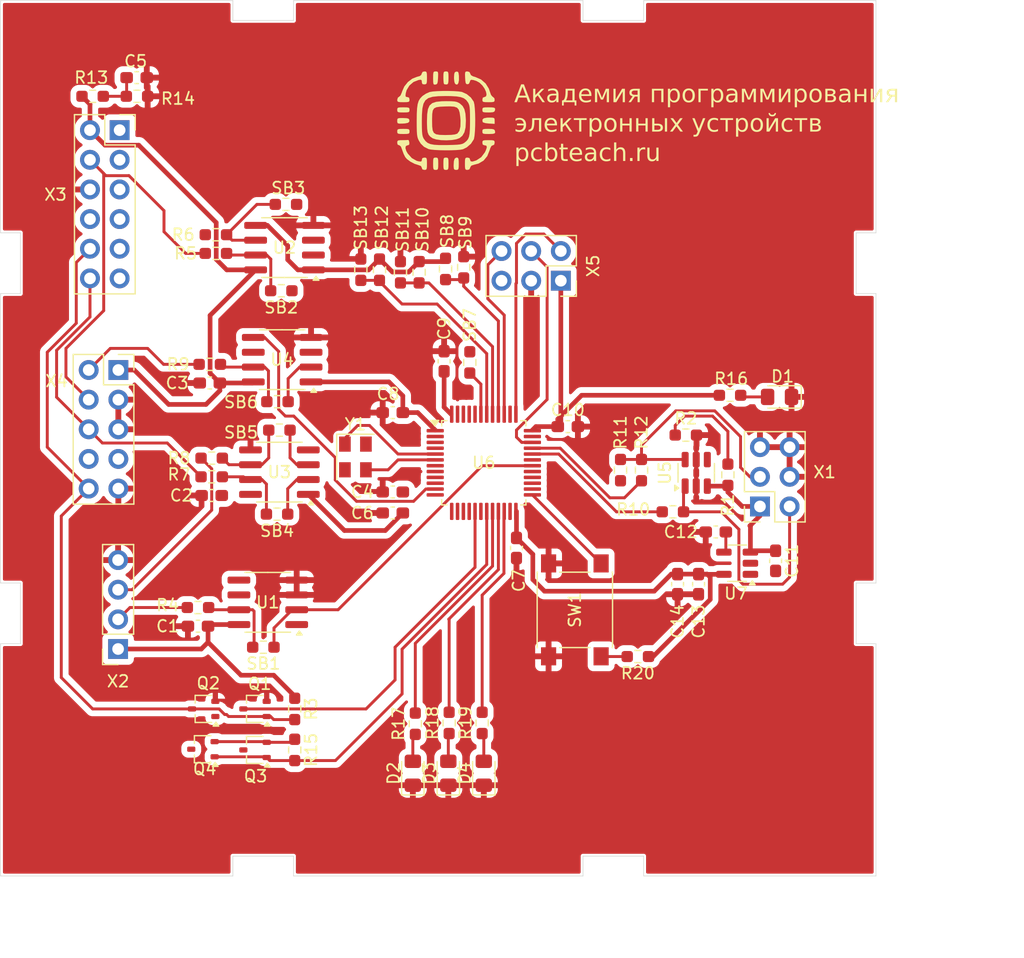
<source format=kicad_pcb>
(kicad_pcb (version 20240108) (generator "pcbnew") (generator_version "8.0")
  (layers (0 "F.Cu" signal) (31 "B.Cu" signal) (34 "B.Paste" user) (35 "F.Paste" user) (36 "B.SilkS" user "B.Silkscreen") (37 "F.SilkS" user "F.Silkscreen") (38 "B.Mask" user) (39 "F.Mask" user) (44 "Edge.Cuts" user))
  (net 0 "")
  (net 1 "PGND")
  (net 2 "/xPWR")
  (net 3 "/JRST")
  (net 4 "/TPWR")
  (net 5 "+3V3BM")
  (net 6 "/5VUSB")
  (net 7 "Net-(C12-C1)")
  (net 8 "/iRST_SENSE")
  (net 9 "/xRST")
  (net 10 "/iRST")
  (net 11 "Net-(Q3-S)")
  (net 12 "/PWR_BR")
  (net 13 "/VBUS")
  (net 14 "/xTXD")
  (net 15 "Net-(R4-R2)")
  (net 16 "/xTCK")
  (net 17 "Net-(R5-R2)")
  (net 18 "Net-(R6-R2)")
  (net 19 "/xTDI")
  (net 20 "/xTDO")
  (net 21 "Net-(R7-R2)")
  (net 22 "/xRXD")
  (net 23 "Net-(R8-R2)")
  (net 24 "/xTMS")
  (net 25 "Net-(R9-R2)")
  (net 26 "/UD-")
  (net 27 "Net-(R10-R1)")
  (net 28 "Net-(R11-R2)")
  (net 29 "Net-(R11-R1)")
  (net 30 "/UD+")
  (net 31 "/LED0")
  (net 32 "/LED1")
  (net 33 "/LED2")
  (net 34 "/BMBTN")
  (net 35 "/iTXD")
  (net 36 "/iTCK")
  (net 37 "/iTDI")
  (net 38 "/iTDO")
  (net 39 "/iRXD")
  (net 40 "/iTMS")
  (net 41 "Net-(SB7-J1)")
  (net 42 "Net-(SB8-J2)")
  (net 43 "Net-(SB10-J2)")
  (net 44 "Net-(SB12-J2)")
  (net 46 "/iTMS_DIR")
  (net 51 "Net-(U6-PD0{slash}XI)")
  (net 55 "/JSWO")
  (net 57 "Net-(U6-PD1{slash}XO)")
  (net 59 "/JSWDIO")
  (net 60 "/JSWCLK")
  (net 64 "/SWDPWR")
  (net 65 "/SWDCLK")
  (net 66 "/SWDRST")
  (net 67 "/SWO")
  (net 68 "/SWDIO")
  (net 70 "Net-(D1-A)")
  (net 71 "Net-(D2-A)")
  (net 72 "Net-(D3-A)")
  (net 73 "Net-(D4-A)")
  (footprint "Package_TO_SOT_SMD:SOT-323_SC-70" (layer "F.Cu") (at 201.8 132.2 180)
    (property "Reference" "Q3")
    (property "Value" "NTS4173")
  )
  (footprint "Package_TO_SOT_SMD:SOT-23-6" (layer "F.Cu") (at 239.6 108.4625 90)
    (property "Reference" "U5")
    (property "Value" "ESDA5V3SC6")
  )
  (footprint "Capacitor_SMD:C_0603_1608Metric_Pad1.08x0.95mm_HandSolder" (layer "F.Cu") (at 228.6 104.5)
    (property "Reference" "C10")
    (property "Value" "100n")
  )
  (footprint "Resistor_SMD:R_0603_1608Metric_Pad0.98x0.95mm_HandSolder" (layer "F.Cu") (at 203.8875 104.799999 180)
    (property "Reference" "SB5")
    (property "Value" "JUMPER")
  )
  (footprint "Connector_PinSocket_2.54mm:PinSocket_2x05_P2.54mm_Vertical" (layer "F.Cu") (at 190.09 99.65)
    (property "Reference" "X4")
    (property "Value" "CONN-10P2L")
  )
  (footprint "Resistor_SMD:R_0603_1608Metric_Pad0.98x0.95mm_HandSolder" (layer "F.Cu") (at 233.1125 108.226256 90)
    (property "Reference" "R11")
    (property "Value" "1k5")
  )
  (footprint "Package_TO_SOT_SMD:SOT-323_SC-70" (layer "F.Cu") (at 201.8 128.6875 180)
    (property "Reference" "Q1")
    (property "Value" "1N7002")
  )
  (footprint "Resistor_SMD:R_0603_1608Metric_Pad0.98x0.95mm_HandSolder" (layer "F.Cu") (at 212.464235 91.056814 -90)
    (property "Reference" "SB12")
    (property "Value" "JUMPER")
  )
  (footprint "Resistor_SMD:R_0603_1608Metric_Pad0.98x0.95mm_HandSolder" (layer "F.Cu") (at 202.5125 123.4 180)
    (property "Reference" "SB1")
    (property "Value" "JUMPER")
  )
  (footprint "Button_Switch_SMD:SW_SPST_PTS645" (layer "F.Cu") (at 229.2 120.2 -90)
    (property "Reference" "SW1")
    (property "Value" "BUTTON1")
  )
  (footprint "Resistor_SMD:R_0603_1608Metric_Pad0.98x0.95mm_HandSolder" (layer "F.Cu") (at 198.0875 108.8)
    (property "Reference" "R7")
    (property "Value" "100")
  )
  (footprint "Capacitor_SMD:C_0603_1608Metric_Pad1.08x0.95mm_HandSolder" (layer "F.Cu") (at 241.274998 113.525003 180)
    (property "Reference" "C12")
    (property "Value" "10n")
  )
  (footprint "Package_SO:SOIC-8_3.9x4.9mm_P1.27mm" (layer "F.Cu") (at 204.325 89.165 180)
    (property "Reference" "U2")
    (property "Value" "SN74LVC2T45")
  )
  (footprint "Package_SO:SOIC-8_3.9x4.9mm_P1.27mm" (layer "F.Cu") (at 203.8875 108.4 180)
    (property "Reference" "U3")
    (property "Value" "SN74LVC2T45")
  )
  (footprint "Resistor_SMD:R_0603_1608Metric_Pad0.98x0.95mm_HandSolder" (layer "F.Cu") (at 215.531572 129.95736 90)
    (property "Reference" "R17")
    (property "Value" "470")
  )
  (footprint "Resistor_SMD:R_0603_1608Metric_Pad0.98x0.95mm_HandSolder" (layer "F.Cu") (at 196.912501 119.999999)
    (property "Reference" "R4")
    (property "Value" "100")
  )
  (footprint "Capacitor_SMD:C_0603_1608Metric_Pad1.08x0.95mm_HandSolder" (layer "F.Cu") (at 218 98.9 90)
    (property "Reference" "C9")
    (property "Value" "100n")
  )
  (footprint "Resistor_SMD:R_0603_1608Metric_Pad0.98x0.95mm_HandSolder" (layer "F.Cu") (at 221.259137 129.886649 90)
    (property "Reference" "R19")
    (property "Value" "470")
  )
  (footprint "LOGO" (layer "F.Cu") (at 218.2 78.2)
    (property "Reference" "G***" (hide yes))
    (property "Value" "LOGO" (hide yes))
  )
  (footprint "Resistor_SMD:R_0603_1608Metric_Pad0.98x0.95mm_HandSolder" (layer "F.Cu") (at 198.0875 107.2)
    (property "Reference" "R8")
    (property "Value" "100")
  )
  (footprint "Resistor_SMD:R_0603_1608Metric_Pad0.98x0.95mm_HandSolder" (layer "F.Cu") (at 205.2 128.6875 -90)
    (property "Reference" "R3")
    (property "Value" "10k")
  )
  (footprint "Capacitor_SMD:C_0603_1608Metric_Pad1.08x0.95mm_HandSolder" (layer "F.Cu") (at 213.6 111.9 180)
    (property "Reference" "C6")
    (property "Value" "100n")
  )
  (footprint "Capacitor_SMD:C_0603_1608Metric_Pad1.08x0.95mm_HandSolder" (layer "F.Cu") (at 213.6 103.3 180)
    (property "Reference" "C8")
    (property "Value" "100n")
  )
  (footprint "Resistor_SMD:R_0603_1608Metric_Pad0.98x0.95mm_HandSolder" (layer "F.Cu") (at 203.6875 112 180)
    (property "Reference" "SB4")
    (property "Value" "JUMPER")
  )
  (footprint "Capacitor_SMD:C_0603_1608Metric_Pad1.08x0.95mm_HandSolder" (layer "F.Cu") (at 197.925 100.765)
    (property "Reference" "C3")
    (property "Value" "100n")
  )
  (footprint "Package_SO:SOIC-8_3.9x4.9mm_P1.27mm" (layer "F.Cu") (at 202.893463 119.554038 180)
    (property "Reference" "U1")
    (property "Value" "SN74LVC2T45")
  )
  (footprint "Capacitor_SMD:C_0603_1608Metric_Pad1.08x0.95mm_HandSolder" (layer "F.Cu") (at 238 118 -90)
    (property "Reference" "C14")
    (property "Value" "100n")
  )
  (footprint "Resistor_SMD:R_0603_1608Metric_Pad0.98x0.95mm_HandSolder" (layer "F.Cu") (at 219.676724 90.851421 90)
    (property "Reference" "SB9")
    (property "Value" "JUMPER")
  )
  (footprint "Resistor_SMD:R_0603_1608Metric_Pad0.98x0.95mm_HandSolder" (layer "F.Cu") (at 214.258347 91.275685 90)
    (property "Reference" "SB11")
    (property "Value" "JUMPER")
  )
  (footprint "Capacitor_SMD:C_0603_1608Metric_Pad1.08x0.95mm_HandSolder" (layer "F.Cu") (at 246.4 116 -90)
    (property "Reference" "C11")
    (property "Value" "1u")
  )
  (footprint "Connector_PinSocket_2.54mm:PinSocket_2x03_P2.54mm_Vertical" (layer "F.Cu") (at 245.06 111.34 180)
    (property "Reference" "X1")
    (property "Value" "Conn_01x06_Socket")
  )
  (footprint "Resistor_SMD:R_0603_1608Metric_Pad0.98x0.95mm_HandSolder" (layer "F.Cu") (at 198.45 88.06)
    (property "Reference" "R6")
    (property "Value" "100")
  )
  (footprint "Package_TO_SOT_SMD:SOT-323_SC-70" (layer "F.Cu") (at 197.4 128.6875 180)
    (property "Reference" "Q2")
    (property "Value" "1N7002")
  )
  (footprint "Package_TO_SOT_SMD:SOT-23-5" (layer "F.Cu") (at 243.104998 116.205002 180)
    (property "Reference" "U7")
    (property "Value" "LP2985N")
  )
  (footprint "Capacitor_SMD:C_0603_1608Metric_Pad1.08x0.95mm_HandSolder" (layer "F.Cu") (at 191.6625 74.6)
    (property "Reference" "C5")
    (property "Value" "1n")
  )
  (footprint "Resistor_SMD:R_0603_1608Metric_Pad0.98x0.95mm_HandSolder" (layer "F.Cu") (at 197.925 99.165)
    (property "Reference" "R9")
    (property "Value" "100")
  )
  (footprint "Capacitor_SMD:C_0603_1608Metric_Pad1.08x0.95mm_HandSolder" (layer "F.Cu") (at 196.912501 121.6)
    (property "Reference" "C1")
    (property "Value" "100n")
  )
  (footprint "Resistor_SMD:R_0603_1608Metric_Pad0.98x0.95mm_HandSolder" (layer "F.Cu") (at 218.43071 129.886649 90)
    (property "Reference" "R18")
    (property "Value" "470")
  )
  (footprint "Capacitor_SMD:C_0603_1608Metric_Pad1.08x0.95mm_HandSolder" (layer "F.Cu") (at 239.800003 118 -90)
    (property "Reference" "C13")
    (property "Value" "1u")
  )
  (footprint "Resistor_SMD:R_0603_1608Metric_Pad0.98x0.95mm_HandSolder" (layer "F.Cu") (at 215.858347 91.275685 -90)
    (property "Reference" "SB10")
    (property "Value" "JUMPER")
  )
  (footprint "LED_SMD:LED_0805_2012Metric_Pad1.15x1.40mm_HandSolder" (layer "F.Cu") (at 218.359999 134.2 90)
    (property "Reference" "D3")
    (property "Value" "LED")
  )
  (footprint "Package_TO_SOT_SMD:SOT-323_SC-70" (layer "F.Cu") (at 197.335919 132.139038 180)
    (property "Reference" "Q4")
    (property "Value" "NTS4173")
  )
  (footprint "Resistor_SMD:R_0603_1608Metric_Pad0.98x0.95mm_HandSolder" (layer "F.Cu") (at 220.2 99 90)
    (property "Reference" "SB7")
    (property "Value" "JUMPER")
  )
  (footprint "LED_SMD:LED_0805_2012Metric_Pad1.15x1.40mm_HandSolder" (layer "F.Cu") (at 215.319998 134.2 90)
    (property "Reference" "D2")
    (property "Value" "LED")
  )
  (footprint "Package_SO:SOIC-8_3.9x4.9mm_P1.27mm" (layer "F.Cu") (at 204.125 98.765 180)
    (property "Reference" "U4")
    (property "Value" "SN74LVC2T45")
  )
  (footprint "Connector_PinSocket_2.54mm:PinSocket_2x06_P2.54mm_Vertical" (layer "F.Cu") (at 190.2 79.1)
    (property "Reference" "X3")
    (property "Value" "CONN-12P2L")
  )
  (footprint "LED_SMD:LED_0805_2012Metric_Pad1.15x1.40mm_HandSolder" (layer "F.Cu") (at 221.4 134.2 90)
    (property "Reference" "D4")
    (property "Value" "LED")
  )
  (footprint "Resistor_SMD:R_0603_1608Metric_Pad0.98x0.95mm_HandSolder" (layer "F.Cu") (at 205.2 132.2 90)
    (property "Reference" "R15")
    (property "Value" "10k")
  )
  (footprint "Resistor_SMD:R_0603_1608Metric_Pad0.98x0.95mm_HandSolder" (layer "F.Cu") (at 242.3125 108.626256 90)
    (property "Reference" "R1")
    (property "Value" "4k7")
  )
  (footprint "Resistor_SMD:R_0603_1608Metric_Pad0.98x0.95mm_HandSolder" (layer "F.Cu") (at 210.864234 91.056814 90)
    (property "Reference" "SB13")
    (property "Value" "JUMPER")
  )
  (footprint "Capacitor_SMD:C_0603_1608Metric_Pad1.08x0.95mm_HandSolder" (layer "F.Cu") (at 224.2 114.9 -90)
    (property "Reference" "C7")
    (property "Value" "100n")
  )
  (footprint "Resistor_SMD:R_0603_1608Metric_Pad0.98x0.95mm_HandSolder" (layer "F.Cu") (at 238.712499 105.226256)
    (property "Reference" "R2")
    (property "Value" "10k")
  )
  (footprint "Resistor_SMD:R_0603_1608Metric_Pad0.98x0.95mm_HandSolder" (layer "F.Cu") (at 187.8875 76.2)
    (property "Reference" "R13")
    (property "Value" "4k7")
  )
  (footprint "Resistor_SMD:R_0603_1608Metric_Pad0.98x0.95mm_HandSolder" (layer "F.Cu") (at 198.45 89.66)
    (property "Reference" "R5")
    (property "Value" "100")
  )
  (footprint "Resistor_SMD:R_0603_1608Metric_Pad0.98x0.95mm_HandSolder" (layer "F.Cu") (at 237.6 111.8 180)
    (property "Reference" "R10")
    (property "Value" "22")
  )
  (footprint "Resistor_SMD:R_0603_1608Metric_Pad0.98x0.95mm_HandSolder" (layer "F.Cu") (at 242.495963 101.815761 180)
    (property "Reference" "R16")
    (property "Value" "330")
  )
  (footprint "Resistor_SMD:R_0603_1608Metric_Pad0.98x0.95mm_HandSolder" (layer "F.Cu") (at 203.725 102.365 180)
    (property "Reference" "SB6")
    (property "Value" "JUMPER")
  )
  (footprint "Capacitor_SMD:C_0603_1608Metric_Pad1.08x0.95mm_HandSolder" (layer "F.Cu") (at 198.0875 110.4)
    (property "Reference" "C2")
    (property "Value" "100n")
  )
  (footprint "Connector_PinSocket_2.54mm:PinSocket_2x03_P2.54mm_Vertical" (layer "F.Cu") (at 228 92 -90)
    (property "Reference" "X5")
    (property "Value" "CONN-06P1L")
  )
  (footprint "Package_QFP:LQFP-48_7x7mm_P0.5mm" (layer "F.Cu") (at 221.4 107.6)
    (property "Reference" "U6")
    (property "Value" "STM32F103CBT6")
  )
  (footprint "Resistor_SMD:R_0603_1608Metric_Pad0.98x0.95mm_HandSolder" (layer "F.Cu") (at 191.6875 76.2)
    (property "Reference" "R14")
    (property "Value" "10k")
  )
  (footprint "Resistor_SMD:R_0603_1608Metric_Pad0.98x0.95mm_HandSolder" (layer "F.Cu") (at 204.05 92.86 180)
    (property "Reference" "SB2")
    (property "Value" "JUMPER")
  )
  (footprint "Capacitor_SMD:C_0603_1608Metric_Pad1.08x0.95mm_HandSolder" (layer "F.Cu") (at 213.6 110.1 180)
    (property "Reference" "C4")
    (property "Value" "100n")
  )
  (footprint "Resistor_SMD:R_0603_1608Metric_Pad0.98x0.95mm_HandSolder" (layer "F.Cu") (at 234.912499 108.226256 90)
    (property "Reference" "R12")
    (property "Value" "22")
  )
  (footprint "Resistor_SMD:R_0603_1608Metric_Pad0.98x0.95mm_HandSolder" (layer "F.Cu") (at 218.121089 90.992842 -90)
    (property "Reference" "SB8")
    (property "Value" "JUMPER")
  )
  (footprint "Connector_PinSocket_2.54mm:PinSocket_1x04_P2.54mm_Vertical" (layer "F.Cu") (at 190.068464 123.554037 180)
    (property "Reference" "X2")
    (property "Value" "CONN-04P1L")
  )
  (footprint "Resistor_SMD:R_0603_1608Metric_Pad0.98x0.95mm_HandSolder" (layer "F.Cu") (at 234.6 124.2 180)
    (property "Reference" "R20")
    (property "Value" "10k")
  )
  (footprint "Crystal:Crystal_SMD_EuroQuartz_MT-4Pin_3.2x2.5mm" (layer "F.Cu") (at 210.4 107.1 -90)
    (property "Reference" "Y1")
    (property "Value" "8MHz")
  )
  (footprint "Resistor_SMD:R_0603_1608Metric_Pad0.98x0.95mm_HandSolder" (layer "F.Cu") (at 204.45 85.46 180)
    (property "Reference" "SB3")
    (property "Value" "JUMPER")
  )
  (footprint "LED_SMD:LED_0805_2012Metric_Pad1.15x1.40mm_HandSolder" (layer "F.Cu") (at 246.738603 101.956064 180)
    (property "Reference" "D1")
    (property "Value" "LED")
  )
  (gr_line (start 205.100001 69.7) (end 199.9 69.7) (stroke (width 0.05)) (layer "Edge.Cuts"))
  (gr_line (start 229.9 68) (end 205.1 68) (stroke (width 0.05)) (layer "Edge.Cuts"))
  (gr_line (start 179.999999 68) (end 179.999999 87.9) (stroke (width 0.05)) (layer "Edge.Cuts"))
  (gr_line (start 181.7 87.9) (end 181.7 93.1) (stroke (width 0.05)) (layer "Edge.Cuts"))
  (gr_line (start 255 143) (end 255 123.1) (stroke (width 0.05)) (layer "Edge.Cuts"))
  (gr_line (start 255.000001 123.1) (end 253.3 123.1) (stroke (width 0.05)) (layer "Edge.Cuts"))
  (gr_line (start 253.3 123.1) (end 253.3 117.9) (stroke (width 0.05)) (layer "Edge.Cuts"))
  (gr_line (start 180 123.1) (end 180 143) (stroke (width 0.05)) (layer "Edge.Cuts"))
  (gr_line (start 253.3 117.9) (end 255 117.9) (stroke (width 0.05)) (layer "Edge.Cuts"))
  (gr_line (start 235.1 141.3) (end 235.1 143) (stroke (width 0.05)) (layer "Edge.Cuts"))
  (gr_line (start 235.1 69.7) (end 229.9 69.7) (stroke (width 0.05)) (layer "Edge.Cuts"))
  (gr_line (start 199.9 69.7) (end 199.9 68) (stroke (width 0.05)) (layer "Edge.Cuts"))
  (gr_line (start 229.9 143) (end 229.9 141.3) (stroke (width 0.05)) (layer "Edge.Cuts"))
  (gr_line (start 181.7 93.1) (end 180 93.1) (stroke (width 0.05)) (layer "Edge.Cuts"))
  (gr_line (start 199.9 143) (end 199.9 141.3) (stroke (width 0.05)) (layer "Edge.Cuts"))
  (gr_line (start 205.1 141.3) (end 205.1 143) (stroke (width 0.05)) (layer "Edge.Cuts"))
  (gr_line (start 199.9 141.3) (end 205.1 141.3) (stroke (width 0.05)) (layer "Edge.Cuts"))
  (gr_line (start 255 93.1) (end 255 117.9) (stroke (width 0.05)) (layer "Edge.Cuts"))
  (gr_line (start 180 117.9) (end 181.7 117.899999) (stroke (width 0.05)) (layer "Edge.Cuts"))
  (gr_line (start 255 143) (end 235.1 143) (stroke (width 0.05)) (layer "Edge.Cuts"))
  (gr_line (start 229.9 141.3) (end 235.1 141.3) (stroke (width 0.05)) (layer "Edge.Cuts"))
  (gr_line (start 199.9 143) (end 180 143) (stroke (width 0.05)) (layer "Edge.Cuts"))
  (gr_line (start 205.1 68) (end 205.100001 69.7) (stroke (width 0.05)) (layer "Edge.Cuts"))
  (gr_line (start 179.999999 87.9) (end 181.7 87.9) (stroke (width 0.05)) (layer "Edge.Cuts"))
  (gr_line (start 181.7 117.899999) (end 181.7 123.100001) (stroke (width 0.05)) (layer "Edge.Cuts"))
  (gr_line (start 229.9 69.7) (end 229.9 68) (stroke (width 0.05)) (layer "Edge.Cuts"))
  (gr_line (start 235.1 67.999999) (end 235.1 69.7) (stroke (width 0.05)) (layer "Edge.Cuts"))
  (gr_line (start 253.3 93.100001) (end 253.3 87.9) (stroke (width 0.05)) (layer "Edge.Cuts"))
  (gr_line (start 253.3 87.9) (end 255 87.9) (stroke (width 0.05)) (layer "Edge.Cuts"))
  (gr_line (start 180 93.1) (end 180 117.9) (stroke (width 0.05)) (layer "Edge.Cuts"))
  (gr_line (start 255 68) (end 235.1 68) (stroke (width 0.05)) (layer "Edge.Cuts"))
  (gr_line (start 229.9 143) (end 205.1 143) (stroke (width 0.05)) (layer "Edge.Cuts"))
  (gr_line (start 180 68) (end 199.9 68) (stroke (width 0.05)) (layer "Edge.Cuts"))
  (gr_line (start 255 93.1) (end 253.3 93.100001) (stroke (width 0.05)) (layer "Edge.Cuts"))
  (gr_line (start 181.7 123.100001) (end 180 123.1) (stroke (width 0.05)) (layer "Edge.Cuts"))
  (gr_line (start 255 68) (end 255 87.9) (stroke (width 0.05)) (layer "Edge.Cuts"))
  (gr_text "Академия программирования \nэлектронных устройств\npcbteach.ru" (at 224 82 0) (layer "F.SilkS") (effects (font (size 1.5 1.5) (thickness 0.1)) (justify left bottom)))
  (segment (start 191.84 80.39) (end 188.95 80.39) (width 0.4) (layer "F.Cu") (net 2))
  (segment (start 198.787501 100.765) (end 197.95 99.927499) (width 0.4) (layer "F.Cu") (net 2))
  (segment (start 190.068464 123.554037) (end 197.195967 123.554037) (width 0.4) (layer "F.Cu") (net 2))
  (segment (start 197.95 94.97) (end 201.85 91.07) (width 0.4) (layer "F.Cu") (net 2))
  (segment (start 203.4 125.8) (end 200.6 125.8) (width 0.4) (layer "F.Cu") (net 2))
  (segment (start 188.95 80.39) (end 187.66 79.1) (width 0.4) (layer "F.Cu") (net 2))
  (segment (start 187.66 79.1) (end 187.66 76.885) (width 0.4) (layer "F.Cu") (net 2))
  (segment (start 198.475 87.025) (end 191.84 80.39) (width 0.4) (layer "F.Cu") (net 2))
  (segment (start 198.475 90.168142) (end 198.475 87.025) (width 0.4) (layer "F.Cu") (net 2))
  (segment (start 197.6 102.6) (end 198.787501 101.412499) (width 0.4) (layer "F.Cu") (net 2))
  (segment (start 194.4 102.6) (end 197.6 102.6) (width 0.4) (layer "F.Cu") (net 2))
  (segment (start 199.376858 91.07) (end 198.475 90.168142) (width 0.4) (layer "F.Cu") (net 2))
  (segment (start 197.775002 122.975002) (end 197.775002 121.6) (width 0.4) (layer "F.Cu") (net 2))
  (segment (start 190.09 99.65) (end 191.45 99.65) (width 0.4) (layer "F.Cu") (net 2))
  (segment (start 205.2 127.6) (end 203.4 125.8) (width 0.4) (layer "F.Cu") (net 2))
  (segment (start 197.95 99.927499) (end 197.95 94.97) (width 0.4) (layer "F.Cu") (net 2))
  (segment (start 197.915964 121.459038) (end 197.775002 121.6) (width 0.4) (layer "F.Cu") (net 2))
  (segment (start 197.195967 123.554037) (end 197.775002 122.975002) (width 0.4) (layer "F.Cu") (net 2))
  (segment (start 200.418463 121.459038) (end 197.915964 121.459038) (width 0.4) (layer "F.Cu") (net 2))
  (segment (start 198.787501 100.765) (end 201.555 100.765) (width 0.4) (layer "F.Cu") (net 2))
  (segment (start 201.85 91.07) (end 199.376858 91.07) (width 0.4) (layer "F.Cu") (net 2))
  (segment (start 205.2 127.775) (end 205.2 127.6) (width 0.4) (layer "F.Cu") (net 2))
  (segment (start 198.787501 101.412499) (end 198.787501 100.765) (width 0.4) (layer "F.Cu") (net 2))
  (segment (start 191.45 99.65) (end 194.4 102.6) (width 0.4) (layer "F.Cu") (net 2))
  (segment (start 200.6 125.8) (end 197.775002 122.975002) (width 0.4) (layer "F.Cu") (net 2))
  (segment (start 201.555 100.765) (end 201.65 100.67) (width 0.4) (layer "F.Cu") (net 2))
  (segment (start 187.66 76.885) (end 186.975 76.2) (width 0.4) (layer "F.Cu") (net 2))
  (segment (start 190.799999 76.175001) (end 190.775 76.2) (width 0.25) (layer "F.Cu") (net 4))
  (segment (start 190.799999 74.6) (end 190.799999 76.175001) (width 0.25) (layer "F.Cu") (net 4))
  (segment (start 188.8 76.2) (end 190.775 76.2) (width 0.25) (layer "F.Cu") (net 4))
  (segment (start 206.6 100.67) (end 213.27 100.67) (width 0.4) (layer "F.Cu") (net 5))
  (segment (start 240.537499 117.137499) (end 239.800003 117.137499) (width 0.4) (layer "F.Cu") (net 5))
  (segment (start 226.6 118.6) (end 225.6 117.6) (width 0.4) (layer "F.Cu") (net 5))
  (segment (start 224.2 114.037499) (end 224.2 111.7625) (width 0.4) (layer "F.Cu") (net 5))
  (segment (start 237.462501 117.137499) (end 236 118.6) (width 0.4) (layer "F.Cu") (net 5))
  (segment (start 238 117.137499) (end 237.462501 117.137499) (width 0.4) (layer "F.Cu") (net 5))
  (segment (start 206.3625 110.305) (end 209.4575 113.4) (width 0.4) (layer "F.Cu") (net 5))
  (segment (start 212.464235 90.144314) (end 213.570606 91.250685) (width 0.4) (layer "F.Cu") (net 5))
  (segment (start 227.7375 104.5) (end 225.8625 104.5) (width 0.4) (layer "F.Cu") (net 5))
  (segment (start 240.8 117.4) (end 240.8 119.308146) (width 0.4) (layer "F.Cu") (net 5))
  (segment (start 213.27 100.67) (end 214.462501 101.862501) (width 0.4) (layer "F.Cu") (net 5))
  (segment (start 239.817505 117.155001) (end 239.800003 117.137499) (width 0.4) (layer "F.Cu") (net 5))
  (segment (start 240.8 119.308146) (end 235.908146 124.2) (width 0.4) (layer "F.Cu") (net 5))
  (segment (start 228 92) (end 228 104.2375) (width 0.4) (layer "F.Cu") (net 5))
  (segment (start 214.462501 103.3) (end 215.7375 103.3) (width 0.4) (layer "F.Cu") (net 5))
  (segment (start 212.464235 90.144314) (end 211.538549 91.07) (width 0.4) (layer "F.Cu") (net 5))
  (segment (start 204.6 89) (end 204.6 90.2) (width 0.4) (layer "F.Cu") (net 5))
  (segment (start 235.908146 124.2) (end 235.5125 124.2) (width 0.4) (layer "F.Cu") (net 5))
  (segment (start 228 104.2375) (end 227.7375 104.5) (width 0.4) (layer "F.Cu") (net 5))
  (segment (start 214.970847 91.250685) (end 215.858347 90.363185) (width 0.4) (layer "F.Cu") (net 5))
  (segment (start 227.7375 103.8625) (end 227.7375 104.5) (width 0.4) (layer "F.Cu") (net 5))
  (segment (start 229.784239 101.815761) (end 227.7375 103.8625) (width 0.4) (layer "F.Cu") (net 5))
  (segment (start 216.14119 90.080342) (end 215.858347 90.363185) (width 0.4) (layer "F.Cu") (net 5))
  (segment (start 205.47 91.07) (end 206.8 91.07) (width 0.4) (layer "F.Cu") (net 5))
  (segment (start 217.838246 90.363185) (end 218.121089 90.080342) (width 0.4) (layer "F.Cu") (net 5))
  (segment (start 238 117.137499) (end 239.800003 117.137499) (width 0.4) (layer "F.Cu") (net 5))
  (segment (start 213.570606 91.250685) (end 214.970847 91.250685) (width 0.4) (layer "F.Cu") (net 5))
  (segment (start 225.6 117.6) (end 225.6 115.437499) (width 0.4) (layer "F.Cu") (net 5))
  (segment (start 215.858347 90.363185) (end 217.838246 90.363185) (width 0.4) (layer "F.Cu") (net 5))
  (segment (start 204.6 90.2) (end 205.47 91.07) (width 0.4) (layer "F.Cu") (net 5))
  (segment (start 211.538549 91.07) (end 206.8 91.07) (width 0.4) (layer "F.Cu") (net 5))
  (segment (start 215.7375 103.3) (end 217.2375 104.8) (width 0.4) (layer "F.Cu") (net 5))
  (segment (start 241.583463 101.815761) (end 229.784239 101.815761) (width 0.4) (layer "F.Cu") (net 5))
  (segment (start 218 102.8375) (end 218 99.762501) (width 0.4) (layer "F.Cu") (net 5))
  (segment (start 225.8625 104.5) (end 225.5625 104.8) (width 0.4) (layer "F.Cu") (net 5))
  (segment (start 202.86 87.26) (end 204.6 89) (width 0.4) (layer "F.Cu") (net 5))
  (segment (start 218.6 103.4375) (end 218 102.8375) (width 0.4) (layer "F.Cu") (net 5))
  (segment (start 236 118.6) (end 226.6 118.6) (width 0.4) (layer "F.Cu") (net 5))
  (segment (start 214.462501 101.862501) (end 214.462501 103.3) (width 0.4) (layer "F.Cu") (net 5))
  (segment (start 209.4575 113.4) (end 212.962501 113.4) (width 0.4) (layer "F.Cu") (net 5))
  (segment (start 201.85 87.26) (end 202.86 87.26) (width 0.4) (layer "F.Cu") (net 5))
  (segment (start 212.962501 113.4) (end 214.462501 111.9) (width 0.4) (layer "F.Cu") (net 5))
  (segment (start 225.6 115.437499) (end 224.2 114.037499) (width 0.4) (layer "F.Cu") (net 5))
  (segment (start 241.967498 117.155001) (end 239.817505 117.155001) (width 0.4) (layer "F.Cu") (net 5))
  (segment (start 240.8 117.4) (end 240.537499 117.137499) (width 0.4) (layer "F.Cu") (net 5))
  (segment (start 243.54 111.34) (end 245.06 111.34) (width 0.4) (layer "F.Cu") (net 6))
  (segment (start 244.360002 115.137499) (end 244.242498 115.255003) (width 0.4) (layer "F.Cu") (net 6))
  (segment (start 240.549999 109.6) (end 242.251256 109.6) (width 0.4) (layer "F.Cu") (net 6))
  (segment (start 244.242498 113.042498) (end 244.242498 115.255003) (width 0.4) (layer "F.Cu") (net 6))
  (segment (start 242.3125 109.538756) (end 242.3125 110.1125) (width 0.4) (layer "F.Cu") (net 6))
  (segment (start 244.2 113) (end 244.242498 113.042498) (width 0.4) (layer "F.Cu") (net 6))
  (segment (start 242.251256 109.6) (end 242.3125 109.538756) (width 0.4) (layer "F.Cu") (net 6))
  (segment (start 242.3125 110.1125) (end 243.54 111.34) (width 0.4) (layer "F.Cu") (net 6))
  (segment (start 245.06 112.14) (end 244.2 113) (width 0.4) (layer "F.Cu") (net 6))
  (segment (start 245.06 111.34) (end 245.06 112.14) (width 0.4) (layer "F.Cu") (net 6))
  (segment (start 246.4 115.137499) (end 244.360002 115.137499) (width 0.4) (layer "F.Cu") (net 6))
  (segment (start 242.137499 115.085002) (end 241.967498 115.255003) (width 0.25) (layer "F.Cu") (net 7))
  (segment (start 242.137499 113.525003) (end 242.137499 115.085002) (width 0.25) (layer "F.Cu") (net 7))
  (segment (start 220.65 116.55) (end 220.65 111.7625) (width 0.25) (layer "F.Cu") (net 8))
  (segment (start 213.8 126.2) (end 213.8 123.4) (width 0.25) (layer "F.Cu") (net 8))
  (segment (start 211.3125 128.6875) (end 213.8 126.2) (width 0.25) (layer "F.Cu") (net 8))
  (segment (start 213.8 123.4) (end 220.65 116.55) (width 0.25) (layer "F.Cu") (net 8))
  (segment (start 200.8 128.6875) (end 211.3125 128.6875) (width 0.25) (layer "F.Cu") (net 8))
  (segment (start 199.365664 129.165664) (end 199.5375 129.3375) (width 0.25) (layer "F.Cu") (net 9))
  (segment (start 203.4 129.6) (end 205.2 129.6) (width 0.25) (layer "F.Cu") (net 9))
  (segment (start 203.1375 129.3375) (end 203.4 129.6) (width 0.25) (layer "F.Cu") (net 9))
  (segment (start 184 106.26) (end 184 98.127208) (width 0.25) (layer "F.Cu") (net 9))
  (segment (start 186.485 90.435) (end 187.66 89.26) (width 0.25) (layer "F.Cu") (net 9))
  (segment (start 187.8875 128.6875) (end 196.4 128.6875) (width 0.25) (layer "F.Cu") (net 9))
  (segment (start 196.4 128.6875) (end 198.721836 128.6875) (width 0.25) (layer "F.Cu") (net 9))
  (segment (start 186.485 95.642208) (end 186.485 90.435) (width 0.25) (layer "F.Cu") (net 9))
  (segment (start 187.55 109.81) (end 184 106.26) (width 0.25) (layer "F.Cu") (net 9))
  (segment (start 184 98.127208) (end 186.485 95.642208) (width 0.25) (layer "F.Cu") (net 9))
  (segment (start 185.2 126) (end 187.8875 128.6875) (width 0.25) (layer "F.Cu") (net 9))
  (segment (start 185.2 112.16) (end 185.2 126) (width 0.25) (layer "F.Cu") (net 9))
  (segment (start 198.721836 128.6875) (end 199.2 129.165664) (width 0.25) (layer "F.Cu") (net 9))
  (segment (start 199.2 129.165664) (end 199.365664 129.165664) (width 0.25) (layer "F.Cu") (net 9))
  (segment (start 199.5375 129.3375) (end 202.8 129.3375) (width 0.25) (layer "F.Cu") (net 9))
  (segment (start 202.8 129.3375) (end 203.1375 129.3375) (width 0.25) (layer "F.Cu") (net 9))
  (segment (start 187.55 109.81) (end 185.2 112.16) (width 0.25) (layer "F.Cu") (net 9))
  (segment (start 202.739038 131.489038) (end 202.8 131.55) (width 0.25) (layer "F.Cu") (net 11))
  (segment (start 202.8 131.55) (end 204.9375 131.55) (width 0.25) (layer "F.Cu") (net 11))
  (segment (start 198.335919 131.489038) (end 202.739038 131.489038) (width 0.25) (layer "F.Cu") (net 11))
  (segment (start 204.9375 131.55) (end 205.2 131.2875) (width 0.25) (layer "F.Cu") (net 11))
  (segment (start 205.2 133.1125) (end 203.0625 133.1125) (width 0.25) (layer "F.Cu") (net 12))
  (segment (start 205.2 133.1125) (end 208.6875 133.1125) (width 0.25) (layer "F.Cu") (net 12))
  (segment (start 202.8 132.85) (end 202.55 132.85) (width 0.25) (layer "F.Cu") (net 12))
  (segment (start 202.489038 132.789038) (end 198.335919 132.789038) (width 0.25) (layer "F.Cu") (net 12))
  (segment (start 214.4 123.563604) (end 221.65 116.313604) (width 0.25) (layer "F.Cu") (net 12))
  (segment (start 208.6875 133.1125) (end 214.4 127.4) (width 0.25) (layer "F.Cu") (net 12))
  (segment (start 203.0625 133.1125) (end 202.8 132.85) (width 0.25) (layer "F.Cu") (net 12))
  (segment (start 221.65 116.313604) (end 221.65 111.7625) (width 0.25) (layer "F.Cu") (net 12))
  (segment (start 214.4 127.4) (end 214.4 123.563604) (width 0.25) (layer "F.Cu") (net 12))
  (segment (start 202.55 132.85) (end 202.489038 132.789038) (width 0.25) (layer "F.Cu") (net 12))
  (segment (start 242.3125 104.9125) (end 241 103.6) (width 0.25) (layer "F.Cu") (net 13))
  (segment (start 241 103.6) (end 238.6 103.6) (width 0.25) (layer "F.Cu") (net 13))
  (segment (start 237.8 104.4) (end 237.799999 105.226256) (width 0.25) (layer "F.Cu") (net 13))
  (segment (start 242.3125 107.713756) (end 242.3125 104.9125) (width 0.25) (layer "F.Cu") (net 13))
  (segment (start 238.6 103.6) (end 237.8 104.4) (width 0.25) (layer "F.Cu") (net 13))
  (segment (start 191.082501 120) (end 196.000001 119.999999) (width 0.25) (layer "F.Cu") (net 14))
  (segment (start 190.068464 121.014037) (end 191.082501 120) (width 0.25) (layer "F.Cu") (net 14))
  (segment (start 198.01404 120.189038) (end 197.825001 119.999999) (width 0.25) (layer "F.Cu") (net 15))
  (segment (start 200.418463 120.189038) (end 198.01404 120.189038) (width 0.25) (layer "F.Cu") (net 15))
  (segment (start 201.718463 120.318463) (end 201.589038 120.189038) (width 0.25) (layer "F.Cu") (net 15))
  (segment (start 201.718463 123.281537) (end 201.718463 120.318463) (width 0.25) (layer "F.Cu") (net 15))
  (segment (start 201.589038 120.189038) (end 200.418463 120.189038) (width 0.25) (layer "F.Cu") (net 15))
  (segment (start 201.6 123.4) (end 201.718463 123.281537) (width 0.25) (layer "F.Cu") (net 15))
  (segment (start 188.835 94.565) (end 188.835 82.815) (width 0.25) (layer "F.Cu") (net 16))
  (segment (start 189.02 83) (end 191 83) (width 0.25) (layer "F.Cu") (net 16))
  (segment (start 194 87.8) (end 195.86 89.66) (width 0.25) (layer "F.Cu") (net 16))
  (segment (start 187.66 81.64) (end 188.51 82.49) (width 0.25) (layer "F.Cu") (net 16))
  (segment (start 185.6 100.24) (end 185.6 97.8) (width 0.25) (layer "F.Cu") (net 16))
  (segment (start 188.835 82.815) (end 188.51 82.49) (width 0.25) (layer "F.Cu") (net 16))
  (segment (start 191 83) (end 194 86) (width 0.25) (layer "F.Cu") (net 16))
  (segment (start 194 86) (end 194 87.8) (width 0.25) (layer "F.Cu") (net 16))
  (segment (start 187.55 102.19) (end 185.6 100.24) (width 0.25) (layer "F.Cu") (net 16))
  (segment (start 195.86 89.66) (end 197.5375 89.66) (width 0.25) (layer "F.Cu") (net 16))
  (segment (start 188.51 82.49) (end 189.02 83) (width 0.25) (layer "F.Cu") (net 16))
  (segment (start 185.6 97.8) (end 188.835 94.565) (width 0.25) (layer "F.Cu") (net 16))
  (segment (start 199.5025 89.8) (end 199.3625 89.66) (width 0.25) (layer "F.Cu") (net 17))
  (segment (start 203.1375 92.86) (end 203.15 92.8475) (width 0.25) (layer "F.Cu") (net 17))
  (segment (start 202.8 89.8) (end 201.85 89.8) (width 0.25) (layer "F.Cu") (net 17))
  (segment (start 203.15 92.8475) (end 203.15 90.15) (width 0.25) (layer "F.Cu") (net 17))
  (segment (start 203.15 90.15) (end 202.8 89.8) (width 0.25) (layer "F.Cu") (net 17))
  (segment (start 201.85 89.8) (end 199.5025 89.8) (width 0.25) (layer "F.Cu") (net 17))
  (segment (start 199.8325 88.53) (end 199.3625 88.06) (width 0.25) (layer "F.Cu") (net 18))
  (segment (start 201.85 88.53) (end 199.8325 88.53) (width 0.25) (layer "F.Cu") (net 18))
  (segment (start 201.9625 85.46) (end 203.5375 85.46) (width 0.25) (layer "F.Cu") (net 18))
  (segment (start 199.3625 88.06) (end 201.9625 85.46) (width 0.25) (layer "F.Cu") (net 18))
  (segment (start 187.66 91.8) (end 187.66 95.103604) (width 0.25) (layer "F.Cu") (net 20))
  (segment (start 184.8 97.963604) (end 184.8 101.98) (width 0.25) (layer "F.Cu") (net 20))
  (segment (start 197.175 108.8) (end 194.28 105.905) (width 0.25) (layer "F.Cu") (net 20))
  (segment (start 188.725 105.905) (end 187.55 104.73) (width 0.25) (layer "F.Cu") (net 20))
  (segment (start 187.66 95.103604) (end 184.8 97.963604) (width 0.25) (layer "F.Cu") (net 20))
  (segment (start 194.28 105.905) (end 188.725 105.905) (width 0.25) (layer "F.Cu") (net 20))
  (segment (start 184.8 101.98) (end 187.55 104.73) (width 0.25) (layer "F.Cu") (net 20))
  (segment (start 202.775 109.422501) (end 202.387499 109.035) (width 0.25) (layer "F.Cu") (net 21))
  (segment (start 201.035 109.035) (end 200.8 108.8) (width 0.25) (layer "F.Cu") (net 21))
  (segment (start 202.387499 109.035) (end 201.4125 109.035) (width 0.25) (layer "F.Cu") (net 21))
  (segment (start 201.4125 109.035) (end 201.035 109.035) (width 0.25) (layer "F.Cu") (net 21))
  (segment (start 202.775 112) (end 202.775 109.422501) (width 0.25) (layer "F.Cu") (net 21))
  (segment (start 200.8 108.8) (end 199 108.8) (width 0.25) (layer "F.Cu") (net 21))
  (segment (start 198.087499 111.657084) (end 198.087499 108.112499) (width 0.25) (layer "F.Cu") (net 22))
  (segment (start 198.087499 108.112499) (end 197.175 107.2) (width 0.25) (layer "F.Cu") (net 22))
  (segment (start 190.068464 118.474038) (end 191.270545 118.474038) (width 0.25) (layer "F.Cu") (net 22))
  (segment (start 191.270545 118.474038) (end 198.087499 111.657084) (width 0.25) (layer "F.Cu") (net 22))
  (segment (start 201.4125 107.765) (end 199.565 107.765) (width 0.25) (layer "F.Cu") (net 23))
  (segment (start 202.387499 107.765) (end 201.4125 107.765) (width 0.25) (layer "F.Cu") (net 23))
  (segment (start 199.565 107.765) (end 199 107.2) (width 0.25) (layer "F.Cu") (net 23))
  (segment (start 202.975 104.799999) (end 202.975 107.177499) (width 0.25) (layer "F.Cu") (net 23))
  (segment (start 202.975 107.177499) (end 202.387499 107.765) (width 0.25) (layer "F.Cu") (net 23))
  (segment (start 192.6 97.8) (end 193.965 99.165) (width 0.25) (layer "F.Cu") (net 24))
  (segment (start 193.965 99.165) (end 197.0125 99.165) (width 0.25) (layer "F.Cu") (net 24))
  (segment (start 189.4 97.8) (end 192.6 97.8) (width 0.25) (layer "F.Cu") (net 24))
  (segment (start 187.55 99.65) (end 189.4 97.8) (width 0.25) (layer "F.Cu") (net 24))
  (segment (start 202.624999 99.4) (end 202.95 99.725001) (width 0.25) (layer "F.Cu") (net 25))
  (segment (start 201.65 99.4) (end 202.624999 99.4) (width 0.25) (layer "F.Cu") (net 25))
  (segment (start 201.65 99.4) (end 199.0725 99.4) (width 0.25) (layer "F.Cu") (net 25))
  (segment (start 199.0725 99.4) (end 198.8375 99.165) (width 0.25) (layer "F.Cu") (net 25))
  (segment (start 202.95 99.725001) (end 202.95 102.2275) (width 0.25) (layer "F.Cu") (net 25))
  (segment (start 202.95 102.2275) (end 202.8125 102.365) (width 0.25) (layer "F.Cu") (net 25))
  (segment (start 227.813604 106.85) (end 232.763604 111.8) (width 0.25) (layer "F.Cu") (net 26))
  (segment (start 232.763604 111.8) (end 236.6875 111.8) (width 0.25) (layer "F.Cu") (net 26))
  (segment (start 225.5625 106.85) (end 227.813604 106.85) (width 0.25) (layer "F.Cu") (net 26))
  (segment (start 243.254998 117.654998) (end 243.254998 113.302926) (width 0.25) (layer "F.Cu") (net 27))
  (segment (start 247 118) (end 243.6 118) (width 0.25) (layer "F.Cu") (net 27))
  (segment (start 238.5125 111.8) (end 238.5125 109.737501) (width 0.25) (layer "F.Cu") (net 27))
  (segment (start 247.6 117.4) (end 247 118) (width 0.25) (layer "F.Cu") (net 27))
  (segment (start 238.5125 109.737501) (end 238.650001 109.6) (width 0.25) (layer "F.Cu") (net 27))
  (segment (start 247.6 111.34) (end 247.6 117.4) (width 0.25) (layer "F.Cu") (net 27))
  (segment (start 241.752072 111.8) (end 238.5125 111.8) (width 0.25) (layer "F.Cu") (net 27))
  (segment (start 243.254998 113.302926) (end 241.752072 111.8) (width 0.25) (layer "F.Cu") (net 27))
  (segment (start 243.6 118) (end 243.254998 117.654998) (width 0.25) (layer "F.Cu") (net 27))
  (segment (start 241.186396 103.15) (end 243.4 105.363604) (width 0.25) (layer "F.Cu") (net 28))
  (segment (start 237.85 103.15) (end 241.186396 103.15) (width 0.25) (layer "F.Cu") (net 28))
  (segment (start 244.2 108.8) (end 245.06 108.8) (width 0.25) (layer "F.Cu") (net 28))
  (segment (start 234.912499 107.313756) (end 234.912499 106.087501) (width 0.25) (layer "F.Cu") (net 28))
  (segment (start 238.638757 107.313756) (end 238.650001 107.325) (width 0.25) (layer "F.Cu") (net 28))
  (segment (start 243.4 105.363604) (end 243.4 108) (width 0.25) (layer "F.Cu") (net 28))
  (segment (start 233.1125 107.313756) (end 234.912499 107.313756) (width 0.25) (layer "F.Cu") (net 28))
  (segment (start 234.912499 106.087501) (end 237.85 103.15) (width 0.25) (layer "F.Cu") (net 28))
  (segment (start 234.912499 107.313756) (end 238.638757 107.313756) (width 0.25) (layer "F.Cu") (net 28))
  (segment (start 243.4 108) (end 244.2 108.8) (width 0.25) (layer "F.Cu") (net 28))
  (segment (start 233.451255 110.6) (end 234.912499 109.138756) (width 0.25) (layer "F.Cu") (net 30))
  (segment (start 225.5625 106.35) (end 227.95 106.35) (width 0.25) (layer "F.Cu") (net 30))
  (segment (start 227.95 106.35) (end 232.2 110.6) (width 0.25) (layer "F.Cu") (net 30))
  (segment (start 232.2 110.6) (end 233.451255 110.6) (width 0.25) (layer "F.Cu") (net 30))
  (segment (start 215.531572 123.068428) (end 215.531572 129.04486) (width 0.25) (layer "F.Cu") (net 31))
  (segment (start 222.15 116.45) (end 215.531572 123.068428) (width 0.25) (layer "F.Cu") (net 31))
  (segment (start 222.15 111.7625) (end 222.15 116.45) (width 0.25) (layer "F.Cu") (net 31))
  (segment (start 218.43071 121.03071) (end 218.43071 128.974149) (width 0.25) (layer "F.Cu") (net 32))
  (segment (start 222.65 111.7625) (end 222.65 116.75) (width 0.25) (layer "F.Cu") (net 32))
  (segment (start 218.4 121) (end 218.43071 121.03071) (width 0.25) (layer "F.Cu") (net 32))
  (segment (start 222.65 116.75) (end 218.4 121) (width 0.25) (layer "F.Cu") (net 32))
  (segment (start 221.259137 118.940863) (end 221.259137 128.974149) (width 0.25) (layer "F.Cu") (net 33))
  (segment (start 223.15 111.7625) (end 223.125 111.7875) (width 0.25) (layer "F.Cu") (net 33))
  (segment (start 223.125 111.7875) (end 223.125 117.075) (width 0.25) (layer "F.Cu") (net 33))
  (segment (start 223.125 117.075) (end 221.259137 118.940863) (width 0.25) (layer "F.Cu") (net 33))
  (segment (start 231.47 124.2) (end 231.45 124.18) (width 0.25) (layer "F.Cu") (net 34))
  (segment (start 231.45 116.22) (end 231.4325 116.22) (width 0.25) (layer "F.Cu") (net 34))
  (segment (start 233.6875 124.2) (end 231.47 124.2) (width 0.25) (layer "F.Cu") (net 34))
  (segment (start 231.4325 116.22) (end 225.5625 110.35) (width 0.25) (layer "F.Cu") (net 34))
  (segment (start 221.257236 107.85) (end 225.5625 107.85) (width 0.25) (layer "F.Cu") (net 35))
  (segment (start 205.368463 120.189038) (end 208.918198 120.189038) (width 0.25) (layer "F.Cu") (net 35))
  (segment (start 203.425 123.4) (end 203.425 121.751593) (width 0.25) (layer "F.Cu") (net 35))
  (segment (start 208.918198 120.189038) (end 221.257236 107.85) (width 0.25) (layer "F.Cu") (net 35))
  (segment (start 203.425 121.751593) (end 204.987555 120.189038) (width 0.25) (layer "F.Cu") (net 35))
  (segment (start 204.987555 120.189038) (end 205.368463 120.189038) (width 0.25) (layer "F.Cu") (net 35))
  (segment (start 204.6 109.822501) (end 205.387501 109.035) (width 0.25) (layer "F.Cu") (net 38))
  (segment (start 204.6 112) (end 204.6 109.822501) (width 0.25) (layer "F.Cu") (net 38))
  (segment (start 205.387501 109.035) (end 206.3625 109.035) (width 0.25) (layer "F.Cu") (net 38))
  (segment (start 204.8 107.177499) (end 205.387501 107.765) (width 0.25) (layer "F.Cu") (net 39))
  (segment (start 205.387501 107.765) (end 206.3625 107.765) (width 0.25) (layer "F.Cu") (net 39))
  (segment (start 204.8 104.799999) (end 204.8 107.177499) (width 0.25) (layer "F.Cu") (net 39))
  (segment (start 206.6 99.4) (end 205.625001 99.4) (width 0.25) (layer "F.Cu") (net 40))
  (segment (start 205.625001 99.4) (end 204.6375 100.387501) (width 0.25) (layer "F.Cu") (net 40))
  (segment (start 204.6375 100.387501) (end 204.6375 102.365) (width 0.25) (layer "F.Cu") (net 40))
  (segment (start 221.15 100.8625) (end 220.2 99.9125) (width 0.25) (layer "F.Cu") (net 41))
  (segment (start 221.15 103.4375) (end 221.15 100.8625) (width 0.25) (layer "F.Cu") (net 41))
  (segment (start 219.676724 91.763921) (end 219.676724 92.476724) (width 0.25) (layer "F.Cu") (net 42))
  (segment (start 222.65 95.45) (end 222.65 103.4375) (width 0.25) (layer "F.Cu") (net 42))
  (segment (start 218.121089 91.905342) (end 219.535303 91.905342) (width 0.25) (layer "F.Cu") (net 42))
  (segment (start 219.535303 91.905342) (end 219.676724 91.763921) (width 0.25) (layer "F.Cu") (net 42))
  (segment (start 219.676724 92.476724) (end 222.65 95.45) (width 0.25) (layer "F.Cu") (net 42))
  (segment (start 216.690261 92.188185) (end 222.15 97.647924) (width 0.25) (layer "F.Cu") (net 43))
  (segment (start 222.15 97.647924) (end 222.15 103.4375) (width 0.25) (layer "F.Cu") (net 43))
  (segment (start 215.858347 92.188185) (end 216.690261 92.188185) (width 0.25) (layer "F.Cu") (net 43))
  (segment (start 214.258347 92.188185) (end 215.858347 92.188185) (width 0.25) (layer "F.Cu") (net 43))
  (segment (start 212.464235 91.969314) (end 210.864234 91.969314) (width 0.25) (layer "F.Cu") (net 44))
  (segment (start 212.464235 92.064235) (end 212.464235 91.969314) (width 0.25) (layer "F.Cu") (net 44))
  (segment (start 217.402076 94) (end 214.4 94) (width 0.25) (layer "F.Cu") (net 44))
  (segment (start 221.65 103.4375) (end 221.65 98.247924) (width 0.25) (layer "F.Cu") (net 44))
  (segment (start 221.65 98.247924) (end 217.402076 94) (width 0.25) (layer "F.Cu") (net 44))
  (segment (start 214.4 94) (end 212.464235 92.064235) (width 0.25) (layer "F.Cu") (net 44))
  (segment (start 216.432236 109.85) (end 217.2375 109.85) (width 0.25) (layer "F.Cu") (net 46))
  (segment (start 205.118408 103.6) (end 208.674999 107.156591) (width 0.25) (layer "F.Cu") (net 46))
  (segment (start 208.674999 107.156591) (end 208.674999 109.074999) (width 0.25) (layer "F.Cu") (net 46))
  (segment (start 215.382236 110.9) (end 216.432236 109.85) (width 0.25) (layer "F.Cu") (net 46))
  (segment (start 208.674999 109.074999) (end 210.5 110.9) (width 0.25) (layer "F.Cu") (net 46))
  (segment (start 202.624999 96.86) (end 203.825 98.060001) (width 0.25) (layer "F.Cu") (net 46))
  (segment (start 201.65 96.86) (end 202.624999 96.86) (width 0.25) (layer "F.Cu") (net 46))
  (segment (start 204.4 103.6) (end 205.118408 103.6) (width 0.25) (layer "F.Cu") (net 46))
  (segment (start 203.825 103.025) (end 204.4 103.6) (width 0.25) (layer "F.Cu") (net 46))
  (segment (start 203.825 98.060001) (end 203.825 103.025) (width 0.25) (layer "F.Cu") (net 46))
  (segment (start 210.5 110.9) (end 215.382236 110.9) (width 0.25) (layer "F.Cu") (net 46))
  (segment (start 211.6 104.4) (end 210.6 104.4) (width 0.25) (layer "F.Cu") (net 51))
  (segment (start 217.2375 106.85) (end 214.05 106.85) (width 0.25) (layer "F.Cu") (net 51))
  (segment (start 210.6 104.4) (end 209.499999 105.500001) (width 0.25) (layer "F.Cu") (net 51))
  (segment (start 214.05 106.85) (end 211.6 104.4) (width 0.25) (layer "F.Cu") (net 51))
  (segment (start 209.499999 105.500001) (end 209.499999 106) (width 0.25) (layer "F.Cu") (net 51))
  (segment (start 223.15 94.95) (end 221.745001 93.545001) (width 0.25) (layer "F.Cu") (net 55))
  (segment (start 221.745001 90.634999) (end 222.92 89.46) (width 0.25) (layer "F.Cu") (net 55))
  (segment (start 221.745001 93.545001) (end 221.745001 90.634999) (width 0.25) (layer "F.Cu") (net 55))
  (segment (start 223.15 103.4375) (end 223.15 94.95) (width 0.25) (layer "F.Cu") (net 55))
  (segment (start 213.2 108.2) (end 211.300001 108.2) (width 0.25) (layer "F.Cu") (net 57))
  (segment (start 217.2375 107.35) (end 214.05 107.35) (width 0.25) (layer "F.Cu") (net 57))
  (segment (start 214.05 107.35) (end 213.2 108.2) (width 0.25) (layer "F.Cu") (net 57))
  (segment (start 224.2 105.4) (end 224.65 105.85) (width 0.25) (layer "F.Cu") (net 59))
  (segment (start 224.65 105.85) (end 225.5625 105.85) (width 0.25) (layer "F.Cu") (net 59))
  (segment (start 225.46 89.46) (end 226.825 90.825) (width 0.25) (layer "F.Cu") (net 59))
  (segment (start 224.2 104.8) (end 224.2 105.4) (width 0.25) (layer "F.Cu") (net 59))
  (segment (start 226.825 102.175) (end 224.2 104.8) (width 0.25) (layer "F.Cu") (net 59))
  (segment (start 226.825 90.825) (end 226.825 102.175) (width 0.25) (layer "F.Cu") (net 59))
  (segment (start 224.15 92.25) (end 224.15 103.4375) (width 0.25) (layer "F.Cu") (net 60))
  (segment (start 225 88) (end 224.2 88.8) (width 0.25) (layer "F.Cu") (net 60))
  (segment (start 226.54 88) (end 225 88) (width 0.25) (layer "F.Cu") (net 60))
  (segment (start 228 89.46) (end 226.54 88) (width 0.25) (layer "F.Cu") (net 60))
  (segment (start 224.2 92.2) (end 224.15 92.25) (width 0.25) (layer "F.Cu") (net 60))
  (segment (start 224.2 88.8) (end 224.2 92.2) (width 0.25) (layer "F.Cu") (net 60))
  (segment (start 245.713604 101.956064) (end 243.548766 101.956064) (width 0.25) (layer "F.Cu") (net 70))
  (segment (start 243.548766 101.956064) (end 243.408463 101.815761) (width 0.25) (layer "F.Cu") (net 70))
  (segment (start 215.319998 131.081434) (end 215.531572 130.86986) (width 0.25) (layer "F.Cu") (net 71))
  (segment (start 215.319998 133.175001) (end 215.319998 131.081434) (width 0.25) (layer "F.Cu") (net 71))
  (segment (start 218.359999 130.86986) (end 218.43071 130.799149) (width 0.25) (layer "F.Cu") (net 72))
  (segment (start 218.359999 133.175001) (end 218.359999 130.86986) (width 0.25) (layer "F.Cu") (net 72))
  (segment (start 221.4 130.940012) (end 221.259137 130.799149) (width 0.25) (layer "F.Cu") (net 73))
  (segment (start 221.4 133.175001) (end 221.4 130.940012) (width 0.25) (layer "F.Cu") (net 73))
  (zone (net 1) (net_name "PGND") (layer "F.Cu") (connect_pads (clearance 0.5)) (min_thickness 0.25) (fill yes (thermal_gap 0.5) (thermal_bridge_width 0.5))
    (polygon (pts (xy 180 68) (xy 255 68) (xy 255 143) (xy 180 143)))
  )
)
</source>
